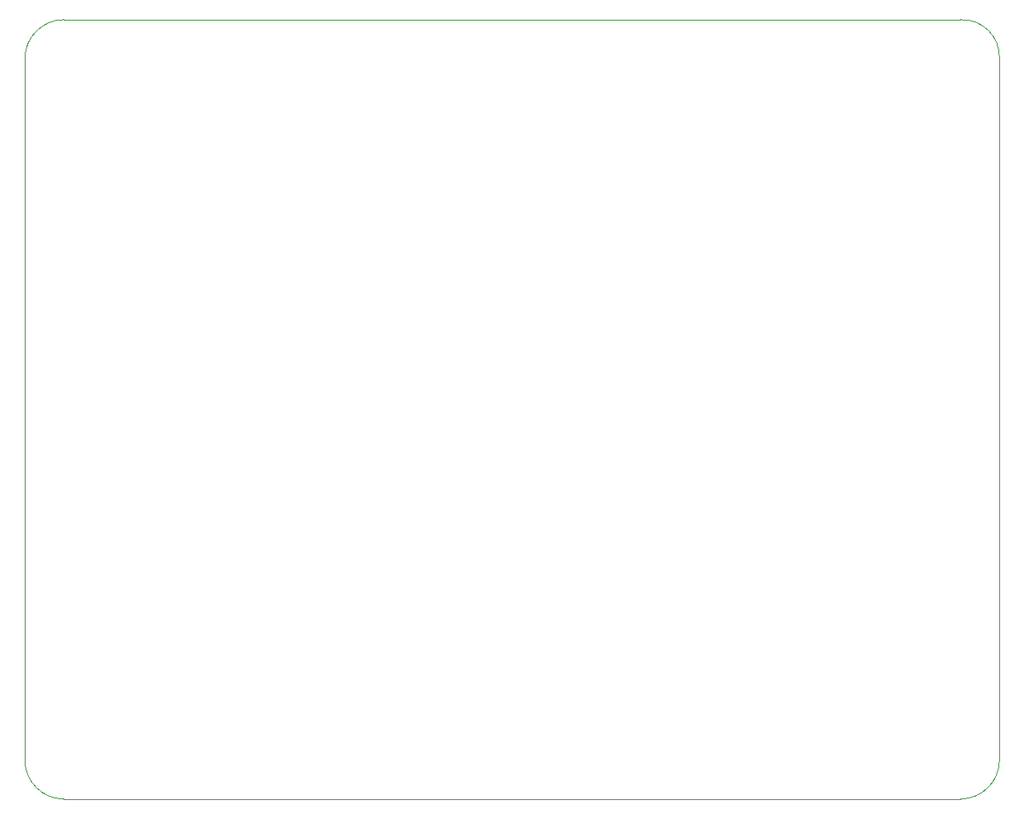
<source format=gbr>
%TF.GenerationSoftware,KiCad,Pcbnew,7.0.2-0*%
%TF.CreationDate,2023-12-21T15:23:25-08:00*%
%TF.ProjectId,Scan Gen Second Revision,5363616e-2047-4656-9e20-5365636f6e64,rev?*%
%TF.SameCoordinates,Original*%
%TF.FileFunction,Profile,NP*%
%FSLAX46Y46*%
G04 Gerber Fmt 4.6, Leading zero omitted, Abs format (unit mm)*
G04 Created by KiCad (PCBNEW 7.0.2-0) date 2023-12-21 15:23:25*
%MOMM*%
%LPD*%
G01*
G04 APERTURE LIST*
%TA.AperFunction,Profile*%
%ADD10C,0.100000*%
%TD*%
G04 APERTURE END LIST*
D10*
X113200000Y-129000000D02*
X113200000Y-57000000D01*
X117200000Y-53000000D02*
X209200000Y-53000000D01*
X213200000Y-57000000D02*
X213200000Y-129000000D01*
X213199999Y-57000000D02*
G75*
G03*
X209200000Y-53000001I-3831999J168000D01*
G01*
X113200000Y-129000000D02*
G75*
G03*
X117200000Y-133000000I4000000J0D01*
G01*
X209200000Y-133000000D02*
G75*
G03*
X213200000Y-129000000I0J4000000D01*
G01*
X209200000Y-133000000D02*
X117200000Y-133000000D01*
X117200000Y-53000000D02*
G75*
G03*
X113200000Y-57000000I0J-4000000D01*
G01*
M02*

</source>
